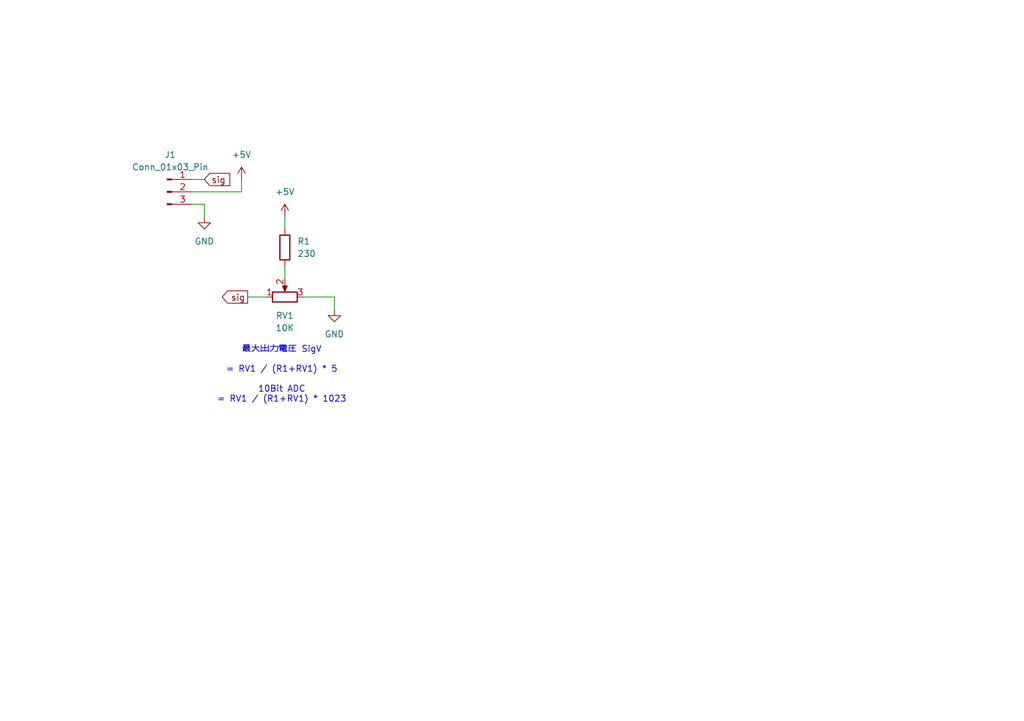
<source format=kicad_sch>
(kicad_sch (version 20230121) (generator eeschema)
  (paper "A5")
  (lib_symbols
    (symbol "Connector:Conn_01x03_Pin" (pin_names (offset 1.016) hide)
      (property "Reference" "J" (at 0 5.08 0))
      (property "Value" "Conn_01x03_Pin" (at 0 -5.08 0))
      (symbol "Conn_01x03_Pin_1_1"
        (polyline (pts (xy 1.27 -2.54) (xy 0.8636 -2.54)) (stroke (width 0.1524)))
        (polyline (pts (xy 1.27 0) (xy 0.8636 0)) (stroke (width 0.1524)))
        (polyline (pts (xy 1.27 2.54) (xy 0.8636 2.54)) (stroke (width 0.1524)))
        (rectangle (start 0.8636 -2.413) (end 0 -2.667) (stroke (width 0.1524)) (fill (type outline)))
        (rectangle (start 0.8636 0.127) (end 0 -0.127) (stroke (width 0.1524)) (fill (type outline)))
        (rectangle (start 0.8636 2.667) (end 0 2.413) (stroke (width 0.1524)) (fill (type outline)))
        (pin passive line (at 5.08 2.54 180) (length 3.81) (name "Pin_1") (number "1"))
        (pin passive line (at 5.08 0 180) (length 3.81) (name "Pin_2") (number "2"))
        (pin passive line (at 5.08 -2.54 180) (length 3.81) (name "Pin_3") (number "3"))
      )
    )
    (symbol "Device:R" (pin_numbers hide) (pin_names (offset 0))
      (property "Reference" "R" (at 2.032 0 90))
      (property "Value" "R" (at 0 0 90))
      (symbol "R_0_1"
        (rectangle (start -1.016 -2.54) (end 1.016 2.54) (stroke (width 0.254)))
      )
      (symbol "R_1_1"
        (pin passive line (at 0 3.81 270) (length 1.27) (name "~") (number "1"))
        (pin passive line (at 0 -3.81 90) (length 1.27) (name "~") (number "2"))
      )
    )
    (symbol "Device:R_Potentiometer" (pin_names (offset 1.016) hide)
      (property "Reference" "RV" (at -4.445 0 90))
      (property "Value" "R_Potentiometer" (at -2.54 0 90))
      (symbol "R_Potentiometer_0_1"
        (polyline (pts (xy 2.54 0) (xy 1.524 0)))
        (polyline (pts (xy 1.143 0) (xy 2.286 0.508) (xy 2.286 -0.508) (xy 1.143 0)) (fill (type outline)))
        (rectangle (start 1.016 2.54) (end -1.016 -2.54) (stroke (width 0.254)))
      )
      (symbol "R_Potentiometer_1_1"
        (pin passive line (at 0 3.81 270) (length 1.27) (name "1") (number "1"))
        (pin passive line (at 3.81 0 180) (length 1.27) (name "2") (number "2"))
        (pin passive line (at 0 -3.81 90) (length 1.27) (name "3") (number "3"))
      )
    )
    (symbol "power:+5V" (power) (pin_names (offset 0))
      (property "Value" "+5V" (at 0 3.556 0))
      (symbol "+5V_0_1"
        (polyline (pts (xy -0.762 1.27) (xy 0 2.54)))
        (polyline (pts (xy 0 0) (xy 0 2.54)))
        (polyline (pts (xy 0 2.54) (xy 0.762 1.27)))
      )
      (symbol "+5V_1_1"
        (pin power_in line (at 0 0 90) (length 0) hide (name "+5V") (number "1"))
      )
    )
    (symbol "power:GND" (power) (pin_names (offset 0))
      (property "Value" "GND" (at 0 -3.81 0))
      (symbol "GND_0_1"
        (polyline (pts (xy 0 0) (xy 0 -1.27) (xy 1.27 -1.27) (xy 0 -2.54) (xy -1.27 -1.27) (xy 0 -1.27)))
      )
      (symbol "GND_1_1"
        (pin power_in line (at 0 0 270) (length 0) hide (name "GND") (number "1"))
      )
    )
  )
  (wire (pts (xy 39.37 36.83) (xy 41.91 36.83)))
  (wire (pts (xy 50.8 60.96) (xy 54.61 60.96)))
  (wire (pts (xy 58.42 44.45) (xy 58.42 46.99)))
  (wire (pts (xy 39.37 39.37) (xy 49.53 39.37)))
  (wire (pts (xy 58.42 54.61) (xy 58.42 57.15)))
  (wire (pts (xy 62.23 60.96) (xy 68.58 60.96)))
  (wire (pts (xy 41.91 41.91) (xy 41.91 44.45)))
  (wire (pts (xy 49.53 36.83) (xy 49.53 39.37)))
  (wire (pts (xy 68.58 63.5) (xy 68.58 60.96)))
  (wire (pts (xy 39.37 41.91) (xy 41.91 41.91)))
  (text_box "最大出力電圧 SigV\n\n= RV1 / (R1+RV1) * 5\n\n10Bit ADC\n= RV1 / (R1+RV1) * 1023" (at 41.91 69.85 0) (size 31.75 27.94) (stroke (width -0.0001)) (effects (font (size 1.27 1.27)) (justify top)))
  (global_label "sig" (shape output) (at 50.8 60.96 180) (property "Intersheetrefs" "${INTERSHEET_REFS}" (effects hide)))
  (global_label "sig" (shape input) (at 41.91 36.83 0) (property "Intersheetrefs" "${INTERSHEET_REFS}" (effects hide)))
  (symbol (lib_id "Device:R") (at 58.42 50.8 0) (unit 1)
    (property "Reference" "R1" (at 60.96 49.53 0) (effects (justify left)))
    (property "Value" "230" (at 60.96 52.07 0) (effects (justify left)))
    (property "Footprint" "Resistor_THT:R_Axial_DIN0207_L6.3mm_D2.5mm_P15.24mm_Horizontal" (effects hide))
  )
  (symbol (lib_id "power:+5V") (at 58.42 44.45 0) (unit 1)
    (property "Reference" "#PWR03" (effects hide))
    (property "Value" "+5V" (at 58.42 39.37 0))
  )
  (symbol (lib_id "Connector:Conn_01x03_Pin") (at 34.29 39.37 0) (unit 1)
    (property "Reference" "J1" (at 34.925 31.75 0))
    (property "Value" "Conn_01x03_Pin" (at 34.925 34.29 0))
    (property "Footprint" "Connector_JST:JST_XH_S3B-XH-A-1_1x03_P2.50mm_Horizontal" (effects hide))
  )
  (symbol (lib_id "power:+5V") (at 49.53 36.83 0) (unit 1)
    (property "Reference" "#PWR01" (effects hide))
    (property "Value" "+5V" (at 49.53 31.75 0))
  )
  (symbol (lib_id "Device:R_Potentiometer") (at 58.42 60.96 90) (unit 1)
    (property "Reference" "RV1" (at 58.42 64.77 90))
    (property "Value" "10K" (at 58.42 67.31 90))
  )
  (symbol (lib_id "power:GND") (at 41.91 44.45 0) (unit 1)
    (property "Reference" "#PWR02" (effects hide))
    (property "Value" "GND" (at 41.91 49.53 0))
  )
  (symbol (lib_id "power:GND") (at 68.58 63.5 0) (unit 1)
    (property "Reference" "#PWR04" (effects hide))
    (property "Value" "GND" (at 68.58 68.58 0))
  )
)
</source>
